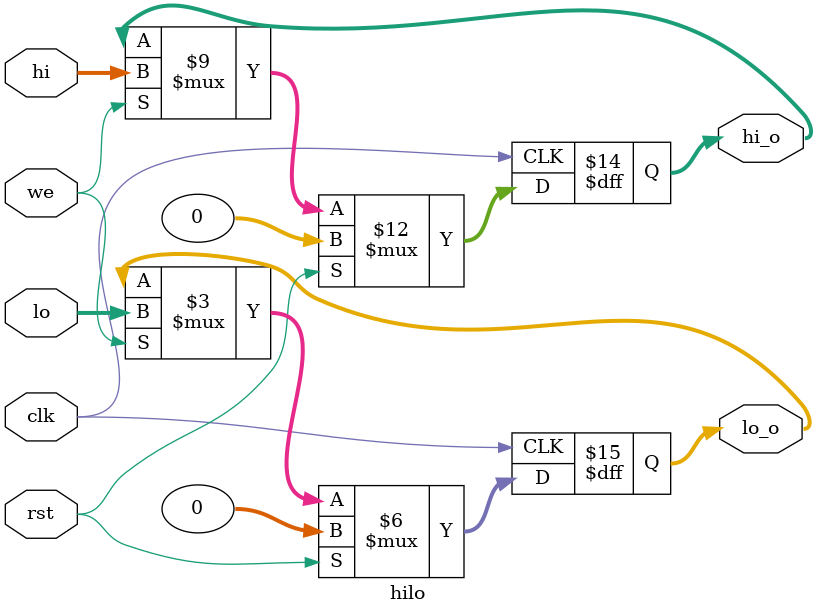
<source format=v>
`timescale 1ns / 1ps

module hilo(
	input wire clk,rst,we,
	input wire[31:0] hi,lo,
	output reg[31:0] hi_o,lo_o	//´Ó¼Ä´æÆ÷ÖÐÈ¡³öµÄÖµ
    );
	
	always @(negedge clk) begin
		if(rst) begin
			hi_o <= 0;
			lo_o <= 0;
		end else if (we) begin
			hi_o <= hi;
			lo_o <= lo;
		end
		else begin
            hi_o <=hi_o;
            lo_o <=lo_o;
        end
	end
	
endmodule

</source>
